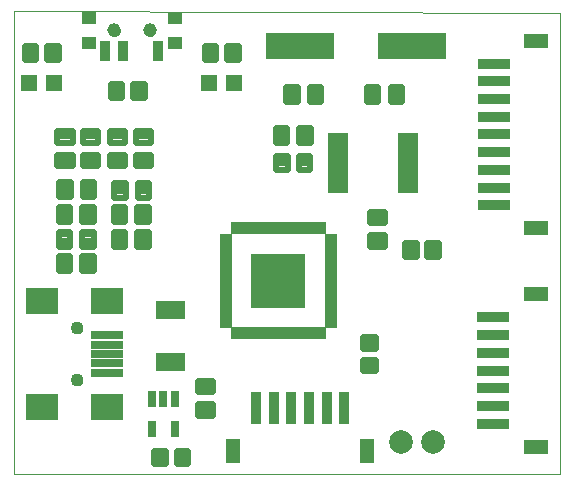
<source format=gts>
G75*
%MOIN*%
%OFA0B0*%
%FSLAX25Y25*%
%IPPOS*%
%LPD*%
%AMOC8*
5,1,8,0,0,1.08239X$1,22.5*
%
%ADD10C,0.00000*%
%ADD11R,0.04146X0.01981*%
%ADD12R,0.01981X0.04146*%
%ADD13R,0.18123X0.18123*%
%ADD14R,0.06706X0.02513*%
%ADD15R,0.03162X0.05524*%
%ADD16R,0.10643X0.02769*%
%ADD17R,0.10643X0.08674*%
%ADD18C,0.04343*%
%ADD19R,0.05131X0.08280*%
%ADD20R,0.03556X0.10643*%
%ADD21R,0.10643X0.03556*%
%ADD22R,0.08280X0.05131*%
%ADD23R,0.05524X0.05524*%
%ADD24C,0.02071*%
%ADD25R,0.03556X0.06706*%
%ADD26C,0.04540*%
%ADD27R,0.04737X0.03950*%
%ADD28R,0.22800X0.09100*%
%ADD29R,0.01981X0.06312*%
%ADD30C,0.07887*%
D10*
X0013086Y0010868D02*
X0012813Y0165237D01*
X0194882Y0164778D01*
X0194985Y0010987D01*
X0013086Y0010868D01*
X0032137Y0042349D02*
X0032139Y0042433D01*
X0032145Y0042516D01*
X0032155Y0042599D01*
X0032169Y0042682D01*
X0032186Y0042764D01*
X0032208Y0042845D01*
X0032233Y0042924D01*
X0032262Y0043003D01*
X0032295Y0043080D01*
X0032331Y0043155D01*
X0032371Y0043229D01*
X0032414Y0043301D01*
X0032461Y0043370D01*
X0032511Y0043437D01*
X0032564Y0043502D01*
X0032620Y0043564D01*
X0032678Y0043624D01*
X0032740Y0043681D01*
X0032804Y0043734D01*
X0032871Y0043785D01*
X0032940Y0043832D01*
X0033011Y0043877D01*
X0033084Y0043917D01*
X0033159Y0043954D01*
X0033236Y0043988D01*
X0033314Y0044018D01*
X0033393Y0044044D01*
X0033474Y0044067D01*
X0033556Y0044085D01*
X0033638Y0044100D01*
X0033721Y0044111D01*
X0033804Y0044118D01*
X0033888Y0044121D01*
X0033972Y0044120D01*
X0034055Y0044115D01*
X0034139Y0044106D01*
X0034221Y0044093D01*
X0034303Y0044077D01*
X0034384Y0044056D01*
X0034465Y0044032D01*
X0034543Y0044004D01*
X0034621Y0043972D01*
X0034697Y0043936D01*
X0034771Y0043897D01*
X0034843Y0043855D01*
X0034913Y0043809D01*
X0034981Y0043760D01*
X0035046Y0043708D01*
X0035109Y0043653D01*
X0035169Y0043595D01*
X0035227Y0043534D01*
X0035281Y0043470D01*
X0035333Y0043404D01*
X0035381Y0043336D01*
X0035426Y0043265D01*
X0035467Y0043192D01*
X0035506Y0043118D01*
X0035540Y0043042D01*
X0035571Y0042964D01*
X0035598Y0042885D01*
X0035622Y0042804D01*
X0035641Y0042723D01*
X0035657Y0042641D01*
X0035669Y0042558D01*
X0035677Y0042474D01*
X0035681Y0042391D01*
X0035681Y0042307D01*
X0035677Y0042224D01*
X0035669Y0042140D01*
X0035657Y0042057D01*
X0035641Y0041975D01*
X0035622Y0041894D01*
X0035598Y0041813D01*
X0035571Y0041734D01*
X0035540Y0041656D01*
X0035506Y0041580D01*
X0035467Y0041506D01*
X0035426Y0041433D01*
X0035381Y0041362D01*
X0035333Y0041294D01*
X0035281Y0041228D01*
X0035227Y0041164D01*
X0035169Y0041103D01*
X0035109Y0041045D01*
X0035046Y0040990D01*
X0034981Y0040938D01*
X0034913Y0040889D01*
X0034843Y0040843D01*
X0034771Y0040801D01*
X0034697Y0040762D01*
X0034621Y0040726D01*
X0034543Y0040694D01*
X0034465Y0040666D01*
X0034384Y0040642D01*
X0034303Y0040621D01*
X0034221Y0040605D01*
X0034139Y0040592D01*
X0034055Y0040583D01*
X0033972Y0040578D01*
X0033888Y0040577D01*
X0033804Y0040580D01*
X0033721Y0040587D01*
X0033638Y0040598D01*
X0033556Y0040613D01*
X0033474Y0040631D01*
X0033393Y0040654D01*
X0033314Y0040680D01*
X0033236Y0040710D01*
X0033159Y0040744D01*
X0033084Y0040781D01*
X0033011Y0040821D01*
X0032940Y0040866D01*
X0032871Y0040913D01*
X0032804Y0040964D01*
X0032740Y0041017D01*
X0032678Y0041074D01*
X0032620Y0041134D01*
X0032564Y0041196D01*
X0032511Y0041261D01*
X0032461Y0041328D01*
X0032414Y0041397D01*
X0032371Y0041469D01*
X0032331Y0041543D01*
X0032295Y0041618D01*
X0032262Y0041695D01*
X0032233Y0041774D01*
X0032208Y0041853D01*
X0032186Y0041934D01*
X0032169Y0042016D01*
X0032155Y0042099D01*
X0032145Y0042182D01*
X0032139Y0042265D01*
X0032137Y0042349D01*
X0032137Y0059671D02*
X0032139Y0059755D01*
X0032145Y0059838D01*
X0032155Y0059921D01*
X0032169Y0060004D01*
X0032186Y0060086D01*
X0032208Y0060167D01*
X0032233Y0060246D01*
X0032262Y0060325D01*
X0032295Y0060402D01*
X0032331Y0060477D01*
X0032371Y0060551D01*
X0032414Y0060623D01*
X0032461Y0060692D01*
X0032511Y0060759D01*
X0032564Y0060824D01*
X0032620Y0060886D01*
X0032678Y0060946D01*
X0032740Y0061003D01*
X0032804Y0061056D01*
X0032871Y0061107D01*
X0032940Y0061154D01*
X0033011Y0061199D01*
X0033084Y0061239D01*
X0033159Y0061276D01*
X0033236Y0061310D01*
X0033314Y0061340D01*
X0033393Y0061366D01*
X0033474Y0061389D01*
X0033556Y0061407D01*
X0033638Y0061422D01*
X0033721Y0061433D01*
X0033804Y0061440D01*
X0033888Y0061443D01*
X0033972Y0061442D01*
X0034055Y0061437D01*
X0034139Y0061428D01*
X0034221Y0061415D01*
X0034303Y0061399D01*
X0034384Y0061378D01*
X0034465Y0061354D01*
X0034543Y0061326D01*
X0034621Y0061294D01*
X0034697Y0061258D01*
X0034771Y0061219D01*
X0034843Y0061177D01*
X0034913Y0061131D01*
X0034981Y0061082D01*
X0035046Y0061030D01*
X0035109Y0060975D01*
X0035169Y0060917D01*
X0035227Y0060856D01*
X0035281Y0060792D01*
X0035333Y0060726D01*
X0035381Y0060658D01*
X0035426Y0060587D01*
X0035467Y0060514D01*
X0035506Y0060440D01*
X0035540Y0060364D01*
X0035571Y0060286D01*
X0035598Y0060207D01*
X0035622Y0060126D01*
X0035641Y0060045D01*
X0035657Y0059963D01*
X0035669Y0059880D01*
X0035677Y0059796D01*
X0035681Y0059713D01*
X0035681Y0059629D01*
X0035677Y0059546D01*
X0035669Y0059462D01*
X0035657Y0059379D01*
X0035641Y0059297D01*
X0035622Y0059216D01*
X0035598Y0059135D01*
X0035571Y0059056D01*
X0035540Y0058978D01*
X0035506Y0058902D01*
X0035467Y0058828D01*
X0035426Y0058755D01*
X0035381Y0058684D01*
X0035333Y0058616D01*
X0035281Y0058550D01*
X0035227Y0058486D01*
X0035169Y0058425D01*
X0035109Y0058367D01*
X0035046Y0058312D01*
X0034981Y0058260D01*
X0034913Y0058211D01*
X0034843Y0058165D01*
X0034771Y0058123D01*
X0034697Y0058084D01*
X0034621Y0058048D01*
X0034543Y0058016D01*
X0034465Y0057988D01*
X0034384Y0057964D01*
X0034303Y0057943D01*
X0034221Y0057927D01*
X0034139Y0057914D01*
X0034055Y0057905D01*
X0033972Y0057900D01*
X0033888Y0057899D01*
X0033804Y0057902D01*
X0033721Y0057909D01*
X0033638Y0057920D01*
X0033556Y0057935D01*
X0033474Y0057953D01*
X0033393Y0057976D01*
X0033314Y0058002D01*
X0033236Y0058032D01*
X0033159Y0058066D01*
X0033084Y0058103D01*
X0033011Y0058143D01*
X0032940Y0058188D01*
X0032871Y0058235D01*
X0032804Y0058286D01*
X0032740Y0058339D01*
X0032678Y0058396D01*
X0032620Y0058456D01*
X0032564Y0058518D01*
X0032511Y0058583D01*
X0032461Y0058650D01*
X0032414Y0058719D01*
X0032371Y0058791D01*
X0032331Y0058865D01*
X0032295Y0058940D01*
X0032262Y0059017D01*
X0032233Y0059096D01*
X0032208Y0059175D01*
X0032186Y0059256D01*
X0032169Y0059338D01*
X0032155Y0059421D01*
X0032145Y0059504D01*
X0032139Y0059587D01*
X0032137Y0059671D01*
X0044435Y0158887D02*
X0044437Y0158973D01*
X0044443Y0159060D01*
X0044453Y0159145D01*
X0044467Y0159231D01*
X0044485Y0159315D01*
X0044506Y0159399D01*
X0044532Y0159481D01*
X0044561Y0159563D01*
X0044594Y0159642D01*
X0044631Y0159721D01*
X0044671Y0159797D01*
X0044715Y0159871D01*
X0044762Y0159944D01*
X0044813Y0160014D01*
X0044866Y0160082D01*
X0044923Y0160147D01*
X0044983Y0160209D01*
X0045045Y0160269D01*
X0045110Y0160326D01*
X0045178Y0160379D01*
X0045248Y0160430D01*
X0045321Y0160477D01*
X0045395Y0160521D01*
X0045471Y0160561D01*
X0045550Y0160598D01*
X0045629Y0160631D01*
X0045711Y0160660D01*
X0045793Y0160686D01*
X0045877Y0160707D01*
X0045961Y0160725D01*
X0046047Y0160739D01*
X0046132Y0160749D01*
X0046219Y0160755D01*
X0046305Y0160757D01*
X0046391Y0160755D01*
X0046478Y0160749D01*
X0046563Y0160739D01*
X0046649Y0160725D01*
X0046733Y0160707D01*
X0046817Y0160686D01*
X0046899Y0160660D01*
X0046981Y0160631D01*
X0047060Y0160598D01*
X0047139Y0160561D01*
X0047215Y0160521D01*
X0047289Y0160477D01*
X0047362Y0160430D01*
X0047432Y0160379D01*
X0047500Y0160326D01*
X0047565Y0160269D01*
X0047627Y0160209D01*
X0047687Y0160147D01*
X0047744Y0160082D01*
X0047797Y0160014D01*
X0047848Y0159944D01*
X0047895Y0159871D01*
X0047939Y0159797D01*
X0047979Y0159721D01*
X0048016Y0159642D01*
X0048049Y0159563D01*
X0048078Y0159481D01*
X0048104Y0159399D01*
X0048125Y0159315D01*
X0048143Y0159231D01*
X0048157Y0159145D01*
X0048167Y0159060D01*
X0048173Y0158973D01*
X0048175Y0158887D01*
X0048173Y0158801D01*
X0048167Y0158714D01*
X0048157Y0158629D01*
X0048143Y0158543D01*
X0048125Y0158459D01*
X0048104Y0158375D01*
X0048078Y0158293D01*
X0048049Y0158211D01*
X0048016Y0158132D01*
X0047979Y0158053D01*
X0047939Y0157977D01*
X0047895Y0157903D01*
X0047848Y0157830D01*
X0047797Y0157760D01*
X0047744Y0157692D01*
X0047687Y0157627D01*
X0047627Y0157565D01*
X0047565Y0157505D01*
X0047500Y0157448D01*
X0047432Y0157395D01*
X0047362Y0157344D01*
X0047289Y0157297D01*
X0047215Y0157253D01*
X0047139Y0157213D01*
X0047060Y0157176D01*
X0046981Y0157143D01*
X0046899Y0157114D01*
X0046817Y0157088D01*
X0046733Y0157067D01*
X0046649Y0157049D01*
X0046563Y0157035D01*
X0046478Y0157025D01*
X0046391Y0157019D01*
X0046305Y0157017D01*
X0046219Y0157019D01*
X0046132Y0157025D01*
X0046047Y0157035D01*
X0045961Y0157049D01*
X0045877Y0157067D01*
X0045793Y0157088D01*
X0045711Y0157114D01*
X0045629Y0157143D01*
X0045550Y0157176D01*
X0045471Y0157213D01*
X0045395Y0157253D01*
X0045321Y0157297D01*
X0045248Y0157344D01*
X0045178Y0157395D01*
X0045110Y0157448D01*
X0045045Y0157505D01*
X0044983Y0157565D01*
X0044923Y0157627D01*
X0044866Y0157692D01*
X0044813Y0157760D01*
X0044762Y0157830D01*
X0044715Y0157903D01*
X0044671Y0157977D01*
X0044631Y0158053D01*
X0044594Y0158132D01*
X0044561Y0158211D01*
X0044532Y0158293D01*
X0044506Y0158375D01*
X0044485Y0158459D01*
X0044467Y0158543D01*
X0044453Y0158629D01*
X0044443Y0158714D01*
X0044437Y0158801D01*
X0044435Y0158887D01*
X0056246Y0158887D02*
X0056248Y0158973D01*
X0056254Y0159060D01*
X0056264Y0159145D01*
X0056278Y0159231D01*
X0056296Y0159315D01*
X0056317Y0159399D01*
X0056343Y0159481D01*
X0056372Y0159563D01*
X0056405Y0159642D01*
X0056442Y0159721D01*
X0056482Y0159797D01*
X0056526Y0159871D01*
X0056573Y0159944D01*
X0056624Y0160014D01*
X0056677Y0160082D01*
X0056734Y0160147D01*
X0056794Y0160209D01*
X0056856Y0160269D01*
X0056921Y0160326D01*
X0056989Y0160379D01*
X0057059Y0160430D01*
X0057132Y0160477D01*
X0057206Y0160521D01*
X0057282Y0160561D01*
X0057361Y0160598D01*
X0057440Y0160631D01*
X0057522Y0160660D01*
X0057604Y0160686D01*
X0057688Y0160707D01*
X0057772Y0160725D01*
X0057858Y0160739D01*
X0057943Y0160749D01*
X0058030Y0160755D01*
X0058116Y0160757D01*
X0058202Y0160755D01*
X0058289Y0160749D01*
X0058374Y0160739D01*
X0058460Y0160725D01*
X0058544Y0160707D01*
X0058628Y0160686D01*
X0058710Y0160660D01*
X0058792Y0160631D01*
X0058871Y0160598D01*
X0058950Y0160561D01*
X0059026Y0160521D01*
X0059100Y0160477D01*
X0059173Y0160430D01*
X0059243Y0160379D01*
X0059311Y0160326D01*
X0059376Y0160269D01*
X0059438Y0160209D01*
X0059498Y0160147D01*
X0059555Y0160082D01*
X0059608Y0160014D01*
X0059659Y0159944D01*
X0059706Y0159871D01*
X0059750Y0159797D01*
X0059790Y0159721D01*
X0059827Y0159642D01*
X0059860Y0159563D01*
X0059889Y0159481D01*
X0059915Y0159399D01*
X0059936Y0159315D01*
X0059954Y0159231D01*
X0059968Y0159145D01*
X0059978Y0159060D01*
X0059984Y0158973D01*
X0059986Y0158887D01*
X0059984Y0158801D01*
X0059978Y0158714D01*
X0059968Y0158629D01*
X0059954Y0158543D01*
X0059936Y0158459D01*
X0059915Y0158375D01*
X0059889Y0158293D01*
X0059860Y0158211D01*
X0059827Y0158132D01*
X0059790Y0158053D01*
X0059750Y0157977D01*
X0059706Y0157903D01*
X0059659Y0157830D01*
X0059608Y0157760D01*
X0059555Y0157692D01*
X0059498Y0157627D01*
X0059438Y0157565D01*
X0059376Y0157505D01*
X0059311Y0157448D01*
X0059243Y0157395D01*
X0059173Y0157344D01*
X0059100Y0157297D01*
X0059026Y0157253D01*
X0058950Y0157213D01*
X0058871Y0157176D01*
X0058792Y0157143D01*
X0058710Y0157114D01*
X0058628Y0157088D01*
X0058544Y0157067D01*
X0058460Y0157049D01*
X0058374Y0157035D01*
X0058289Y0157025D01*
X0058202Y0157019D01*
X0058116Y0157017D01*
X0058030Y0157019D01*
X0057943Y0157025D01*
X0057858Y0157035D01*
X0057772Y0157049D01*
X0057688Y0157067D01*
X0057604Y0157088D01*
X0057522Y0157114D01*
X0057440Y0157143D01*
X0057361Y0157176D01*
X0057282Y0157213D01*
X0057206Y0157253D01*
X0057132Y0157297D01*
X0057059Y0157344D01*
X0056989Y0157395D01*
X0056921Y0157448D01*
X0056856Y0157505D01*
X0056794Y0157565D01*
X0056734Y0157627D01*
X0056677Y0157692D01*
X0056624Y0157760D01*
X0056573Y0157830D01*
X0056526Y0157903D01*
X0056482Y0157977D01*
X0056442Y0158053D01*
X0056405Y0158132D01*
X0056372Y0158211D01*
X0056343Y0158293D01*
X0056317Y0158375D01*
X0056296Y0158459D01*
X0056278Y0158543D01*
X0056264Y0158629D01*
X0056254Y0158714D01*
X0056248Y0158801D01*
X0056246Y0158887D01*
D11*
X0083544Y0090141D03*
X0083544Y0088173D03*
X0083544Y0086204D03*
X0083544Y0084236D03*
X0083544Y0082267D03*
X0083544Y0080299D03*
X0083544Y0078330D03*
X0083544Y0076362D03*
X0083544Y0074393D03*
X0083544Y0072425D03*
X0083544Y0070456D03*
X0083544Y0068488D03*
X0083544Y0066519D03*
X0083544Y0064551D03*
X0083544Y0062582D03*
X0083544Y0060614D03*
X0118583Y0060614D03*
X0118583Y0062582D03*
X0118583Y0064551D03*
X0118583Y0066519D03*
X0118583Y0068488D03*
X0118583Y0070456D03*
X0118583Y0072425D03*
X0118583Y0074393D03*
X0118583Y0076362D03*
X0118583Y0078330D03*
X0118583Y0080299D03*
X0118583Y0082267D03*
X0118583Y0084236D03*
X0118583Y0086204D03*
X0118583Y0088173D03*
X0118583Y0090141D03*
D12*
X0115827Y0092897D03*
X0113859Y0092897D03*
X0111890Y0092897D03*
X0109922Y0092897D03*
X0107953Y0092897D03*
X0105985Y0092897D03*
X0104016Y0092897D03*
X0102048Y0092897D03*
X0100079Y0092897D03*
X0098111Y0092897D03*
X0096142Y0092897D03*
X0094174Y0092897D03*
X0092205Y0092897D03*
X0090237Y0092897D03*
X0088268Y0092897D03*
X0086300Y0092897D03*
X0086300Y0057858D03*
X0088268Y0057858D03*
X0090237Y0057858D03*
X0092205Y0057858D03*
X0094174Y0057858D03*
X0096142Y0057858D03*
X0098111Y0057858D03*
X0100079Y0057858D03*
X0102048Y0057858D03*
X0104016Y0057858D03*
X0105985Y0057858D03*
X0107953Y0057858D03*
X0109922Y0057858D03*
X0111890Y0057858D03*
X0113859Y0057858D03*
X0115827Y0057858D03*
D13*
X0101064Y0075378D03*
D14*
X0121005Y0105939D03*
X0121005Y0108435D03*
X0121005Y0110939D03*
X0121005Y0113435D03*
X0121005Y0115939D03*
X0121005Y0118435D03*
X0121005Y0120939D03*
X0121005Y0123435D03*
X0144111Y0123435D03*
X0144111Y0120939D03*
X0144111Y0118435D03*
X0144111Y0115939D03*
X0144111Y0113435D03*
X0144111Y0110939D03*
X0144111Y0108435D03*
X0144111Y0105939D03*
D15*
X0066459Y0035855D03*
X0062719Y0035855D03*
X0058979Y0035855D03*
X0058979Y0026013D03*
X0066459Y0026013D03*
D16*
X0043791Y0044711D03*
X0043791Y0047860D03*
X0043791Y0051010D03*
X0043791Y0054160D03*
X0043791Y0057309D03*
D17*
X0043791Y0068569D03*
X0022217Y0068569D03*
X0022217Y0033451D03*
X0043791Y0033451D03*
D18*
X0033909Y0042349D03*
X0033909Y0059671D03*
D19*
X0085864Y0018709D03*
X0130746Y0018709D03*
D20*
X0123069Y0032882D03*
X0117163Y0032882D03*
X0111258Y0032882D03*
X0105352Y0032882D03*
X0099447Y0032882D03*
X0093541Y0032882D03*
D21*
X0172728Y0033677D03*
X0172728Y0027772D03*
X0172728Y0039583D03*
X0172728Y0045488D03*
X0172728Y0051394D03*
X0172728Y0057299D03*
X0172728Y0063205D03*
X0172796Y0100578D03*
X0172796Y0106483D03*
X0172796Y0112389D03*
X0172796Y0118294D03*
X0172796Y0124200D03*
X0172796Y0130105D03*
X0172796Y0136011D03*
X0172796Y0141916D03*
X0172796Y0147822D03*
D22*
X0186969Y0155499D03*
X0186969Y0092901D03*
X0186901Y0070883D03*
X0186901Y0020095D03*
D23*
X0086268Y0141334D03*
X0078000Y0141334D03*
X0026288Y0141334D03*
X0018021Y0141334D03*
D24*
X0016490Y0153556D02*
X0020338Y0153556D01*
X0020338Y0148920D01*
X0016490Y0148920D01*
X0016490Y0153556D01*
X0016490Y0150990D02*
X0020338Y0150990D01*
X0020338Y0153060D02*
X0016490Y0153060D01*
X0023971Y0153556D02*
X0027819Y0153556D01*
X0027819Y0148920D01*
X0023971Y0148920D01*
X0023971Y0153556D01*
X0023971Y0150990D02*
X0027819Y0150990D01*
X0027819Y0153060D02*
X0023971Y0153060D01*
X0045178Y0136348D02*
X0049026Y0136348D01*
X0045178Y0136348D02*
X0045178Y0140984D01*
X0049026Y0140984D01*
X0049026Y0136348D01*
X0049026Y0138418D02*
X0045178Y0138418D01*
X0045178Y0140488D02*
X0049026Y0140488D01*
X0052658Y0136348D02*
X0056506Y0136348D01*
X0052658Y0136348D02*
X0052658Y0140984D01*
X0056506Y0140984D01*
X0056506Y0136348D01*
X0056506Y0138418D02*
X0052658Y0138418D01*
X0052658Y0140488D02*
X0056506Y0140488D01*
X0053598Y0125332D02*
X0053598Y0121484D01*
X0053598Y0125332D02*
X0058626Y0125332D01*
X0058626Y0121484D01*
X0053598Y0121484D01*
X0053598Y0123554D02*
X0058626Y0123554D01*
X0053598Y0117458D02*
X0053598Y0113610D01*
X0053598Y0117458D02*
X0058626Y0117458D01*
X0058626Y0113610D01*
X0053598Y0113610D01*
X0053598Y0115680D02*
X0058626Y0115680D01*
X0058046Y0103143D02*
X0054198Y0103143D01*
X0054198Y0108171D01*
X0058046Y0108171D01*
X0058046Y0103143D01*
X0058046Y0105213D02*
X0054198Y0105213D01*
X0054198Y0107283D02*
X0058046Y0107283D01*
X0050172Y0103143D02*
X0046324Y0103143D01*
X0046324Y0108171D01*
X0050172Y0108171D01*
X0050172Y0103143D01*
X0050172Y0105213D02*
X0046324Y0105213D01*
X0046324Y0107283D02*
X0050172Y0107283D01*
X0044937Y0113610D02*
X0044937Y0117458D01*
X0049965Y0117458D01*
X0049965Y0113610D01*
X0044937Y0113610D01*
X0044937Y0115680D02*
X0049965Y0115680D01*
X0044937Y0121484D02*
X0044937Y0125332D01*
X0049965Y0125332D01*
X0049965Y0121484D01*
X0044937Y0121484D01*
X0044937Y0123554D02*
X0049965Y0123554D01*
X0036059Y0125332D02*
X0036059Y0121484D01*
X0036059Y0125332D02*
X0041087Y0125332D01*
X0041087Y0121484D01*
X0036059Y0121484D01*
X0036059Y0123554D02*
X0041087Y0123554D01*
X0036059Y0117458D02*
X0036059Y0113610D01*
X0036059Y0117458D02*
X0041087Y0117458D01*
X0041087Y0113610D01*
X0036059Y0113610D01*
X0036059Y0115680D02*
X0041087Y0115680D01*
X0027411Y0117458D02*
X0027411Y0113610D01*
X0027411Y0117458D02*
X0032439Y0117458D01*
X0032439Y0113610D01*
X0027411Y0113610D01*
X0027411Y0115680D02*
X0032439Y0115680D01*
X0027411Y0121484D02*
X0027411Y0125332D01*
X0032439Y0125332D01*
X0032439Y0121484D01*
X0027411Y0121484D01*
X0027411Y0123554D02*
X0032439Y0123554D01*
X0031770Y0103211D02*
X0027922Y0103211D01*
X0027922Y0108239D01*
X0031770Y0108239D01*
X0031770Y0103211D01*
X0031770Y0105281D02*
X0027922Y0105281D01*
X0027922Y0107351D02*
X0031770Y0107351D01*
X0035796Y0103211D02*
X0039644Y0103211D01*
X0035796Y0103211D02*
X0035796Y0108239D01*
X0039644Y0108239D01*
X0039644Y0103211D01*
X0039644Y0105281D02*
X0035796Y0105281D01*
X0035796Y0107351D02*
X0039644Y0107351D01*
X0039495Y0094963D02*
X0035647Y0094963D01*
X0035647Y0099991D01*
X0039495Y0099991D01*
X0039495Y0094963D01*
X0039495Y0097033D02*
X0035647Y0097033D01*
X0035647Y0099103D02*
X0039495Y0099103D01*
X0031621Y0094963D02*
X0027773Y0094963D01*
X0027773Y0099991D01*
X0031621Y0099991D01*
X0031621Y0094963D01*
X0031621Y0097033D02*
X0027773Y0097033D01*
X0027773Y0099103D02*
X0031621Y0099103D01*
X0031670Y0086767D02*
X0027822Y0086767D01*
X0027822Y0091795D01*
X0031670Y0091795D01*
X0031670Y0086767D01*
X0031670Y0088837D02*
X0027822Y0088837D01*
X0027822Y0090907D02*
X0031670Y0090907D01*
X0035696Y0086767D02*
X0039544Y0086767D01*
X0035696Y0086767D02*
X0035696Y0091795D01*
X0039544Y0091795D01*
X0039544Y0086767D01*
X0039544Y0088837D02*
X0035696Y0088837D01*
X0035696Y0090907D02*
X0039544Y0090907D01*
X0046104Y0086699D02*
X0049952Y0086699D01*
X0046104Y0086699D02*
X0046104Y0091727D01*
X0049952Y0091727D01*
X0049952Y0086699D01*
X0049952Y0088769D02*
X0046104Y0088769D01*
X0046104Y0090839D02*
X0049952Y0090839D01*
X0053978Y0086699D02*
X0057826Y0086699D01*
X0053978Y0086699D02*
X0053978Y0091727D01*
X0057826Y0091727D01*
X0057826Y0086699D01*
X0057826Y0088769D02*
X0053978Y0088769D01*
X0053978Y0090839D02*
X0057826Y0090839D01*
X0057824Y0094895D02*
X0053976Y0094895D01*
X0053976Y0099923D01*
X0057824Y0099923D01*
X0057824Y0094895D01*
X0057824Y0096965D02*
X0053976Y0096965D01*
X0053976Y0099035D02*
X0057824Y0099035D01*
X0049950Y0094895D02*
X0046102Y0094895D01*
X0046102Y0099923D01*
X0049950Y0099923D01*
X0049950Y0094895D01*
X0049950Y0096965D02*
X0046102Y0096965D01*
X0046102Y0099035D02*
X0049950Y0099035D01*
X0039544Y0078510D02*
X0035696Y0078510D01*
X0035696Y0083538D01*
X0039544Y0083538D01*
X0039544Y0078510D01*
X0039544Y0080580D02*
X0035696Y0080580D01*
X0035696Y0082650D02*
X0039544Y0082650D01*
X0031670Y0078510D02*
X0027822Y0078510D01*
X0027822Y0083538D01*
X0031670Y0083538D01*
X0031670Y0078510D01*
X0031670Y0080580D02*
X0027822Y0080580D01*
X0027822Y0082650D02*
X0031670Y0082650D01*
X0079180Y0042122D02*
X0079180Y0038274D01*
X0074152Y0038274D01*
X0074152Y0042122D01*
X0079180Y0042122D01*
X0079180Y0040344D02*
X0074152Y0040344D01*
X0079180Y0034248D02*
X0079180Y0030400D01*
X0074152Y0030400D01*
X0074152Y0034248D01*
X0079180Y0034248D01*
X0079180Y0032470D02*
X0074152Y0032470D01*
X0070971Y0014181D02*
X0067123Y0014181D01*
X0067123Y0018817D01*
X0070971Y0018817D01*
X0070971Y0014181D01*
X0070971Y0016251D02*
X0067123Y0016251D01*
X0067123Y0018321D02*
X0070971Y0018321D01*
X0063490Y0014181D02*
X0059642Y0014181D01*
X0059642Y0018817D01*
X0063490Y0018817D01*
X0063490Y0014181D01*
X0063490Y0016251D02*
X0059642Y0016251D01*
X0059642Y0018321D02*
X0063490Y0018321D01*
X0133730Y0045210D02*
X0133730Y0049058D01*
X0133730Y0045210D02*
X0129094Y0045210D01*
X0129094Y0049058D01*
X0133730Y0049058D01*
X0133730Y0047280D02*
X0129094Y0047280D01*
X0133730Y0052690D02*
X0133730Y0056538D01*
X0133730Y0052690D02*
X0129094Y0052690D01*
X0129094Y0056538D01*
X0133730Y0056538D01*
X0133730Y0054760D02*
X0129094Y0054760D01*
X0143272Y0083236D02*
X0147120Y0083236D01*
X0143272Y0083236D02*
X0143272Y0087872D01*
X0147120Y0087872D01*
X0147120Y0083236D01*
X0147120Y0085306D02*
X0143272Y0085306D01*
X0143272Y0087376D02*
X0147120Y0087376D01*
X0150753Y0083236D02*
X0154601Y0083236D01*
X0150753Y0083236D02*
X0150753Y0087872D01*
X0154601Y0087872D01*
X0154601Y0083236D01*
X0154601Y0085306D02*
X0150753Y0085306D01*
X0150753Y0087376D02*
X0154601Y0087376D01*
X0136490Y0086681D02*
X0136490Y0090529D01*
X0136490Y0086681D02*
X0131462Y0086681D01*
X0131462Y0090529D01*
X0136490Y0090529D01*
X0136490Y0088751D02*
X0131462Y0088751D01*
X0136490Y0094555D02*
X0136490Y0098403D01*
X0136490Y0094555D02*
X0131462Y0094555D01*
X0131462Y0098403D01*
X0136490Y0098403D01*
X0136490Y0096625D02*
X0131462Y0096625D01*
X0111713Y0112479D02*
X0107865Y0112479D01*
X0107865Y0117115D01*
X0111713Y0117115D01*
X0111713Y0112479D01*
X0111713Y0114549D02*
X0107865Y0114549D01*
X0107865Y0116619D02*
X0111713Y0116619D01*
X0111910Y0126362D02*
X0108062Y0126362D01*
X0111910Y0126362D02*
X0111910Y0121334D01*
X0108062Y0121334D01*
X0108062Y0126362D01*
X0108062Y0123404D02*
X0111910Y0123404D01*
X0111910Y0125474D02*
X0108062Y0125474D01*
X0104036Y0126362D02*
X0100188Y0126362D01*
X0104036Y0126362D02*
X0104036Y0121334D01*
X0100188Y0121334D01*
X0100188Y0126362D01*
X0100188Y0123404D02*
X0104036Y0123404D01*
X0104036Y0125474D02*
X0100188Y0125474D01*
X0100385Y0112479D02*
X0104233Y0112479D01*
X0100385Y0112479D02*
X0100385Y0117115D01*
X0104233Y0117115D01*
X0104233Y0112479D01*
X0104233Y0114549D02*
X0100385Y0114549D01*
X0100385Y0116619D02*
X0104233Y0116619D01*
X0103641Y0134940D02*
X0107489Y0134940D01*
X0103641Y0134940D02*
X0103641Y0139968D01*
X0107489Y0139968D01*
X0107489Y0134940D01*
X0107489Y0137010D02*
X0103641Y0137010D01*
X0103641Y0139080D02*
X0107489Y0139080D01*
X0111515Y0134940D02*
X0115363Y0134940D01*
X0111515Y0134940D02*
X0111515Y0139968D01*
X0115363Y0139968D01*
X0115363Y0134940D01*
X0115363Y0137010D02*
X0111515Y0137010D01*
X0111515Y0139080D02*
X0115363Y0139080D01*
X0130550Y0140007D02*
X0134398Y0140007D01*
X0134398Y0134979D01*
X0130550Y0134979D01*
X0130550Y0140007D01*
X0130550Y0137049D02*
X0134398Y0137049D01*
X0134398Y0139119D02*
X0130550Y0139119D01*
X0138424Y0140007D02*
X0142272Y0140007D01*
X0142272Y0134979D01*
X0138424Y0134979D01*
X0138424Y0140007D01*
X0138424Y0137049D02*
X0142272Y0137049D01*
X0142272Y0139119D02*
X0138424Y0139119D01*
X0087798Y0148920D02*
X0083950Y0148920D01*
X0083950Y0153556D01*
X0087798Y0153556D01*
X0087798Y0148920D01*
X0087798Y0150990D02*
X0083950Y0150990D01*
X0083950Y0153060D02*
X0087798Y0153060D01*
X0080318Y0148920D02*
X0076470Y0148920D01*
X0076470Y0153556D01*
X0080318Y0153556D01*
X0080318Y0148920D01*
X0080318Y0150990D02*
X0076470Y0150990D01*
X0076470Y0153060D02*
X0080318Y0153060D01*
D25*
X0061069Y0151998D03*
X0049258Y0151998D03*
X0043353Y0151998D03*
D26*
X0046305Y0158887D03*
X0058116Y0158887D03*
D27*
X0066581Y0154753D03*
X0066581Y0163021D03*
X0037841Y0163021D03*
X0037841Y0154753D03*
D28*
X0108290Y0153650D03*
X0145690Y0153650D03*
D29*
X0069010Y0065649D03*
X0067041Y0065649D03*
X0065073Y0065649D03*
X0063104Y0065649D03*
X0061136Y0065649D03*
X0061136Y0048326D03*
X0063104Y0048326D03*
X0065073Y0048326D03*
X0067041Y0048326D03*
X0069010Y0048326D03*
D30*
X0141871Y0021611D03*
X0152590Y0021607D03*
M02*

</source>
